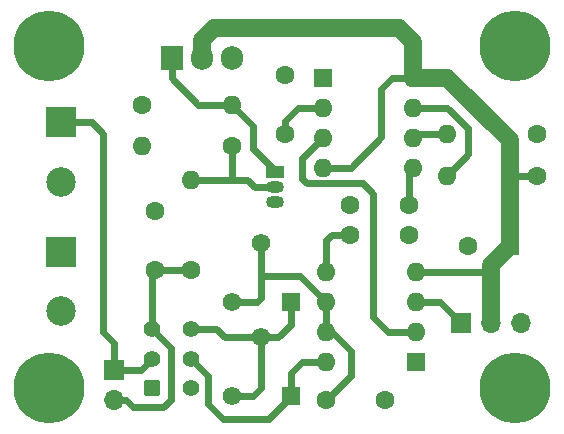
<source format=gtl>
G04 #@! TF.GenerationSoftware,KiCad,Pcbnew,8.0.6*
G04 #@! TF.CreationDate,2024-12-30T14:34:09+01:00*
G04 #@! TF.ProjectId,UselessBox,5573656c-6573-4734-926f-782e6b696361,1*
G04 #@! TF.SameCoordinates,Original*
G04 #@! TF.FileFunction,Copper,L1,Top*
G04 #@! TF.FilePolarity,Positive*
%FSLAX46Y46*%
G04 Gerber Fmt 4.6, Leading zero omitted, Abs format (unit mm)*
G04 Created by KiCad (PCBNEW 8.0.6) date 2024-12-30 14:34:09*
%MOMM*%
%LPD*%
G01*
G04 APERTURE LIST*
G04 Aperture macros list*
%AMRoundRect*
0 Rectangle with rounded corners*
0 $1 Rounding radius*
0 $2 $3 $4 $5 $6 $7 $8 $9 X,Y pos of 4 corners*
0 Add a 4 corners polygon primitive as box body*
4,1,4,$2,$3,$4,$5,$6,$7,$8,$9,$2,$3,0*
0 Add four circle primitives for the rounded corners*
1,1,$1+$1,$2,$3*
1,1,$1+$1,$4,$5*
1,1,$1+$1,$6,$7*
1,1,$1+$1,$8,$9*
0 Add four rect primitives between the rounded corners*
20,1,$1+$1,$2,$3,$4,$5,0*
20,1,$1+$1,$4,$5,$6,$7,0*
20,1,$1+$1,$6,$7,$8,$9,0*
20,1,$1+$1,$8,$9,$2,$3,0*%
G04 Aperture macros list end*
G04 #@! TA.AperFunction,ComponentPad*
%ADD10R,1.700000X1.700000*%
G04 #@! TD*
G04 #@! TA.AperFunction,ComponentPad*
%ADD11O,1.700000X1.700000*%
G04 #@! TD*
G04 #@! TA.AperFunction,ComponentPad*
%ADD12R,2.500000X2.500000*%
G04 #@! TD*
G04 #@! TA.AperFunction,ComponentPad*
%ADD13C,2.500000*%
G04 #@! TD*
G04 #@! TA.AperFunction,ComponentPad*
%ADD14R,1.600000X1.600000*%
G04 #@! TD*
G04 #@! TA.AperFunction,ComponentPad*
%ADD15O,1.600000X1.600000*%
G04 #@! TD*
G04 #@! TA.AperFunction,ComponentPad*
%ADD16RoundRect,0.250000X0.450000X-0.450000X0.450000X0.450000X-0.450000X0.450000X-0.450000X-0.450000X0*%
G04 #@! TD*
G04 #@! TA.AperFunction,ComponentPad*
%ADD17C,1.400000*%
G04 #@! TD*
G04 #@! TA.AperFunction,ComponentPad*
%ADD18R,1.560000X1.560000*%
G04 #@! TD*
G04 #@! TA.AperFunction,ComponentPad*
%ADD19C,1.560000*%
G04 #@! TD*
G04 #@! TA.AperFunction,ComponentPad*
%ADD20C,1.600000*%
G04 #@! TD*
G04 #@! TA.AperFunction,ComponentPad*
%ADD21R,1.500000X1.050000*%
G04 #@! TD*
G04 #@! TA.AperFunction,ComponentPad*
%ADD22O,1.500000X1.050000*%
G04 #@! TD*
G04 #@! TA.AperFunction,ComponentPad*
%ADD23R,1.905000X2.000000*%
G04 #@! TD*
G04 #@! TA.AperFunction,ComponentPad*
%ADD24O,1.905000X2.000000*%
G04 #@! TD*
G04 #@! TA.AperFunction,ViaPad*
%ADD25C,6.000000*%
G04 #@! TD*
G04 #@! TA.AperFunction,Conductor*
%ADD26C,0.600000*%
G04 #@! TD*
G04 #@! TA.AperFunction,Conductor*
%ADD27C,1.500000*%
G04 #@! TD*
G04 APERTURE END LIST*
D10*
X139000000Y-91460000D03*
D11*
X139000000Y-94000000D03*
D10*
X168420000Y-87500000D03*
D11*
X170960000Y-87500000D03*
X173500000Y-87500000D03*
D12*
X134500000Y-70500000D03*
D13*
X134500000Y-75500000D03*
D12*
X134500000Y-81500000D03*
D13*
X134500000Y-86500000D03*
D14*
X164620000Y-90800000D03*
D15*
X164620000Y-88260000D03*
X164620000Y-85720000D03*
X164620000Y-83180000D03*
X157000000Y-83180000D03*
X157000000Y-85720000D03*
X157000000Y-88260000D03*
X157000000Y-90800000D03*
D14*
X156700000Y-66700000D03*
D15*
X156700000Y-69240000D03*
X156700000Y-71780000D03*
X156700000Y-74320000D03*
X164320000Y-74320000D03*
X164320000Y-71780000D03*
X164320000Y-69240000D03*
X164320000Y-66700000D03*
D16*
X142200000Y-93000000D03*
D17*
X142200000Y-90500000D03*
X142200000Y-88000000D03*
X145500000Y-88000000D03*
X145500000Y-90500000D03*
X145500000Y-93000000D03*
D18*
X154000000Y-85740000D03*
D19*
X151500000Y-80740000D03*
X149000000Y-85740000D03*
D18*
X154000000Y-93680000D03*
D19*
X151500000Y-88680000D03*
X149000000Y-93680000D03*
D20*
X145500000Y-83000000D03*
D15*
X145500000Y-75380000D03*
D20*
X149000000Y-72500000D03*
D15*
X141380000Y-72500000D03*
D20*
X141380000Y-69000000D03*
D15*
X149000000Y-69000000D03*
D20*
X174810000Y-71500000D03*
D15*
X167190000Y-71500000D03*
X167190000Y-75000000D03*
D20*
X174810000Y-75000000D03*
D21*
X152640000Y-74730000D03*
D22*
X152640000Y-76000000D03*
X152640000Y-77270000D03*
D23*
X143920000Y-65000000D03*
D24*
X146460000Y-65000000D03*
X149000000Y-65000000D03*
D20*
X142500000Y-78000000D03*
X142500000Y-83000000D03*
D14*
X172500000Y-81000000D03*
D20*
X169000000Y-81000000D03*
X157000000Y-94000000D03*
X162000000Y-94000000D03*
X159000000Y-80000000D03*
X164000000Y-80000000D03*
X164000000Y-77470000D03*
X159000000Y-77470000D03*
X153500000Y-71500000D03*
X153500000Y-66500000D03*
D25*
X173000000Y-93000000D03*
X173000000Y-64000000D03*
X133500000Y-93000000D03*
X133500000Y-64000000D03*
D26*
X143827500Y-89627500D02*
X142200000Y-88000000D01*
X143827500Y-93980000D02*
X143827500Y-89627500D01*
X143192500Y-94615000D02*
X143827500Y-93980000D01*
X140652500Y-94615000D02*
X143192500Y-94615000D01*
X140037500Y-94000000D02*
X140652500Y-94615000D01*
X139000000Y-94000000D02*
X140037500Y-94000000D01*
X139000000Y-89152500D02*
X139000000Y-91460000D01*
X138112500Y-88265000D02*
X139000000Y-89152500D01*
X140970000Y-91440000D02*
X140950000Y-91460000D01*
X141260000Y-91440000D02*
X140970000Y-91440000D01*
X142200000Y-90500000D02*
X141260000Y-91440000D01*
X140950000Y-91460000D02*
X139000000Y-91460000D01*
X152112500Y-95567500D02*
X154000000Y-93680000D01*
X147002500Y-94297500D02*
X148272500Y-95567500D01*
X147002500Y-92002500D02*
X147002500Y-94297500D01*
X148272500Y-95567500D02*
X152112500Y-95567500D01*
X145500000Y-90500000D02*
X147002500Y-92002500D01*
D27*
X146460000Y-63540000D02*
X146460000Y-65000000D01*
X147500000Y-62500000D02*
X146460000Y-63540000D01*
X164320000Y-63672500D02*
X163147500Y-62500000D01*
X164320000Y-66700000D02*
X164320000Y-63672500D01*
X163147500Y-62500000D02*
X147500000Y-62500000D01*
D26*
X164620000Y-83180000D02*
X170640000Y-83180000D01*
D27*
X170960000Y-83500000D02*
X170960000Y-82540000D01*
X170960000Y-87500000D02*
X170960000Y-83500000D01*
D26*
X170640000Y-83180000D02*
X170960000Y-83500000D01*
X166640000Y-85720000D02*
X168420000Y-87500000D01*
X164620000Y-85720000D02*
X166640000Y-85720000D01*
X169000000Y-71000000D02*
X169000000Y-73190000D01*
X167240000Y-69240000D02*
X169000000Y-71000000D01*
X169000000Y-73190000D02*
X167190000Y-75000000D01*
X164320000Y-69240000D02*
X167240000Y-69240000D01*
X164600000Y-71500000D02*
X164320000Y-71780000D01*
X167190000Y-71500000D02*
X164600000Y-71500000D01*
X174810000Y-75000000D02*
X172500000Y-75000000D01*
D27*
X172500000Y-75000000D02*
X172500000Y-81000000D01*
X172500000Y-72000000D02*
X172500000Y-75000000D01*
X170960000Y-82540000D02*
X172500000Y-81000000D01*
X164320000Y-66700000D02*
X167200000Y-66700000D01*
X167200000Y-66700000D02*
X172500000Y-72000000D01*
D26*
X164000000Y-74640000D02*
X164320000Y-74320000D01*
X164000000Y-77470000D02*
X164000000Y-74640000D01*
X153500000Y-70337500D02*
X153500000Y-71500000D01*
X154597500Y-69240000D02*
X153500000Y-70337500D01*
X156700000Y-69240000D02*
X154597500Y-69240000D01*
X162535000Y-66700000D02*
X161607500Y-67627500D01*
X164320000Y-66700000D02*
X162535000Y-66700000D01*
X161607500Y-71755000D02*
X161607500Y-67627500D01*
X159042500Y-74320000D02*
X161607500Y-71755000D01*
X156700000Y-74320000D02*
X159042500Y-74320000D01*
X160075000Y-75620000D02*
X155312500Y-75620000D01*
X160972500Y-76517500D02*
X160075000Y-75620000D01*
X154940000Y-75247500D02*
X154940000Y-73540000D01*
X160972500Y-86995000D02*
X160972500Y-76517500D01*
X162237500Y-88260000D02*
X160972500Y-86995000D01*
X155312500Y-75620000D02*
X154940000Y-75247500D01*
X154940000Y-73540000D02*
X156700000Y-71780000D01*
X164620000Y-88260000D02*
X162237500Y-88260000D01*
X157490000Y-80000000D02*
X159000000Y-80000000D01*
X157000000Y-80490000D02*
X157490000Y-80000000D01*
X157000000Y-83180000D02*
X157000000Y-80490000D01*
X157475000Y-88260000D02*
X159067500Y-89852500D01*
X157000000Y-88260000D02*
X157475000Y-88260000D01*
X159067500Y-91932500D02*
X159067500Y-89852500D01*
X157000000Y-94000000D02*
X159067500Y-91932500D01*
X157000000Y-88260000D02*
X157000000Y-85720000D01*
X157000000Y-85720000D02*
X154782500Y-83502500D01*
X151500000Y-83502500D02*
X151500000Y-85355000D01*
X151500000Y-80740000D02*
X151500000Y-83502500D01*
X154782500Y-83502500D02*
X151500000Y-83502500D01*
X150177500Y-85725000D02*
X150162500Y-85740000D01*
X150162500Y-85740000D02*
X149000000Y-85740000D01*
X151130000Y-85725000D02*
X150177500Y-85725000D01*
X151500000Y-85355000D02*
X151130000Y-85725000D01*
X154000000Y-87617500D02*
X154000000Y-85740000D01*
X152937500Y-88680000D02*
X154000000Y-87617500D01*
X151500000Y-88680000D02*
X152937500Y-88680000D01*
X147690000Y-88000000D02*
X145500000Y-88000000D01*
X148370000Y-88680000D02*
X147690000Y-88000000D01*
X151500000Y-88680000D02*
X148370000Y-88680000D01*
X150177500Y-93662500D02*
X150160000Y-93680000D01*
X150160000Y-93680000D02*
X149000000Y-93680000D01*
X151500000Y-92975000D02*
X150812500Y-93662500D01*
X151500000Y-88680000D02*
X151500000Y-92975000D01*
X150812500Y-93662500D02*
X150177500Y-93662500D01*
X154945000Y-90800000D02*
X157000000Y-90800000D01*
X154000000Y-91745000D02*
X154945000Y-90800000D01*
X154000000Y-93680000D02*
X154000000Y-91745000D01*
X145500000Y-83000000D02*
X142500000Y-83000000D01*
X142200000Y-83300000D02*
X142500000Y-83000000D01*
X142200000Y-88000000D02*
X142200000Y-83300000D01*
X149000000Y-75287500D02*
X148907500Y-75380000D01*
X148907500Y-75380000D02*
X145500000Y-75380000D01*
X150310000Y-75380000D02*
X148907500Y-75380000D01*
X149000000Y-72500000D02*
X149000000Y-75287500D01*
X150930000Y-76000000D02*
X150310000Y-75380000D01*
X152640000Y-76000000D02*
X150930000Y-76000000D01*
X150812500Y-70812500D02*
X149000000Y-69000000D01*
X150812500Y-72707500D02*
X150812500Y-70812500D01*
X152640000Y-74535000D02*
X150812500Y-72707500D01*
X152640000Y-74730000D02*
X152640000Y-74535000D01*
X143920000Y-66767500D02*
X143920000Y-65000000D01*
X146152500Y-69000000D02*
X143920000Y-66767500D01*
X149000000Y-69000000D02*
X146152500Y-69000000D01*
X138112500Y-71437500D02*
X137160000Y-70485000D01*
X138112500Y-88265000D02*
X138112500Y-71437500D01*
X137160000Y-70485000D02*
X137145000Y-70500000D01*
X137145000Y-70500000D02*
X134500000Y-70500000D01*
M02*

</source>
